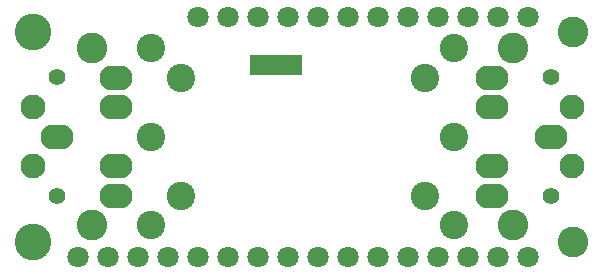
<source format=gbs>
G04 #@! TF.GenerationSoftware,KiCad,Pcbnew,(5.0.0-rc2-dev-444-g2974a2c10)*
G04 #@! TF.CreationDate,2019-08-12T19:19:49-07:00*
G04 #@! TF.ProjectId,Classic MIDI FeatherWing,436C6173736963204D49444920466561,v01*
G04 #@! TF.SameCoordinates,Original*
G04 #@! TF.FileFunction,Soldermask,Bot*
G04 #@! TF.FilePolarity,Negative*
%FSLAX46Y46*%
G04 Gerber Fmt 4.6, Leading zero omitted, Abs format (unit mm)*
G04 Created by KiCad (PCBNEW (5.0.0-rc2-dev-444-g2974a2c10)) date 08/12/19 19:19:49*
%MOMM*%
%LPD*%
G01*
G04 APERTURE LIST*
%ADD10O,2.801600X2.101600*%
%ADD11C,1.401600*%
%ADD12C,2.601600*%
%ADD13C,2.101600*%
%ADD14C,2.401600*%
%ADD15R,2.200000X1.700000*%
%ADD16C,1.801600*%
%ADD17C,3.101600*%
G04 APERTURE END LIST*
D10*
X135342000Y-111680000D03*
X135342000Y-109180000D03*
X130342000Y-106680000D03*
X135342000Y-104180000D03*
X135342000Y-101680000D03*
D11*
X130342000Y-101630000D03*
X130342000Y-111730000D03*
D10*
X167172000Y-101680000D03*
X167172000Y-104180000D03*
X172172000Y-106680000D03*
X167172000Y-109180000D03*
X167172000Y-111680000D03*
D11*
X172172000Y-111730000D03*
X172172000Y-101630000D03*
D12*
X168983253Y-99197642D03*
X168983253Y-114197642D03*
D13*
X173983253Y-109197642D03*
D14*
X161483253Y-101697642D03*
X163983253Y-99197642D03*
X163983253Y-106697642D03*
X163983253Y-114197642D03*
D13*
X173983253Y-104197642D03*
D14*
X161483253Y-111697642D03*
D12*
X133329253Y-114183642D03*
X133329253Y-99183642D03*
D13*
X128329253Y-104183642D03*
D14*
X140829253Y-111683642D03*
X138329253Y-114183642D03*
X138329253Y-106683642D03*
X138329253Y-99183642D03*
D13*
X128329253Y-109183642D03*
D14*
X140829253Y-101683642D03*
D15*
X149962453Y-100594642D03*
X147778053Y-100594642D03*
D16*
X132106253Y-116850642D03*
X134646253Y-116850642D03*
X137186253Y-116850642D03*
X139726253Y-116850642D03*
X142266253Y-116850642D03*
X144806253Y-116850642D03*
X147346253Y-116850642D03*
X149886253Y-116850642D03*
X152426253Y-116850642D03*
X154966253Y-116850642D03*
X157506253Y-116850642D03*
X160046253Y-116850642D03*
X162586253Y-116850642D03*
X165126253Y-116850642D03*
X167666253Y-116850642D03*
X170206253Y-116850642D03*
X142266253Y-96530642D03*
X144806253Y-96530642D03*
X147346253Y-96530642D03*
X149886253Y-96530642D03*
X152426253Y-96530642D03*
X154966253Y-96530642D03*
X157506253Y-96530642D03*
X160046253Y-96530642D03*
X162586253Y-96530642D03*
X165126253Y-96530642D03*
X167666253Y-96530642D03*
X170206253Y-96530642D03*
D12*
X174016253Y-97800642D03*
X174016253Y-115580642D03*
D17*
X128296253Y-115580642D03*
X128296253Y-97800642D03*
M02*

</source>
